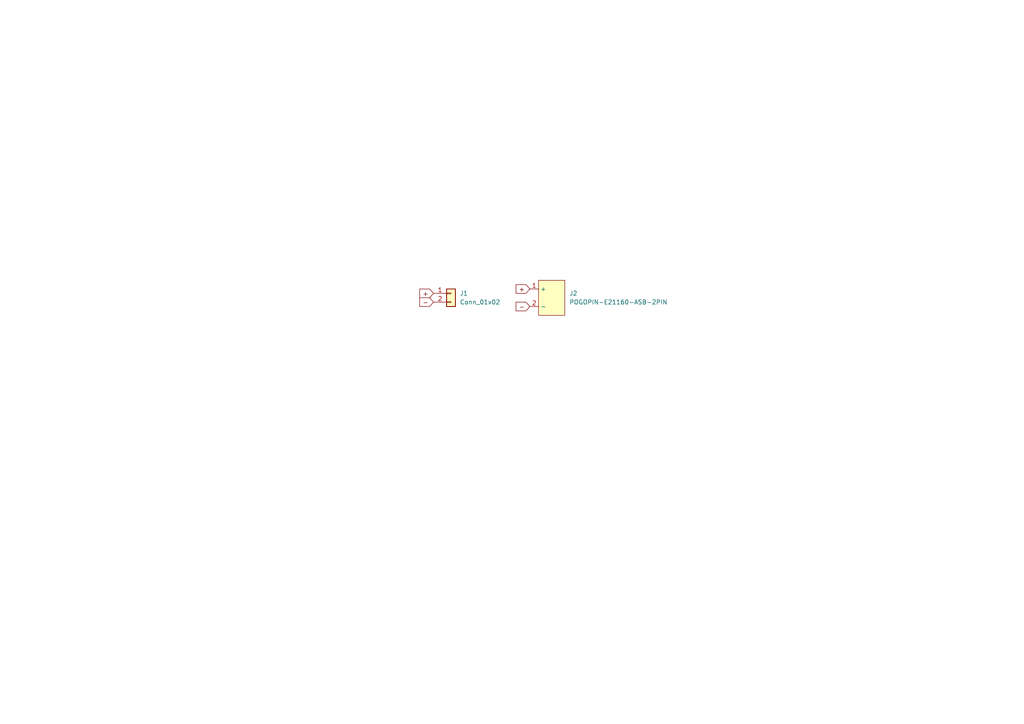
<source format=kicad_sch>
(kicad_sch (version 20211123) (generator eeschema)
  (paper "A4")
  (lib_symbols
    (symbol "Connector_Generic:Conn_01x02" (pin_names (offset 1.016) hide)
      (property "Reference" "J" (at 0 2.54 0))
      (property "Value" "Conn_01x02" (at 0 -5.08 0))
      (symbol "Conn_01x02_1_1"
        (rectangle (start -1.27 -2.413) (end 0 -2.667) (stroke (width 0.1524)))
        (rectangle (start -1.27 0.127) (end 0 -0.127) (stroke (width 0.1524)))
        (rectangle (start -1.27 1.27) (end 1.27 -3.81) (stroke (width 0.254)) (fill (type background)))
        (pin passive line (at -5.08 0 0) (length 3.81) (name "Pin_1") (number "1"))
        (pin passive line (at -5.08 -2.54 0) (length 3.81) (name "Pin_2") (number "2"))
      )
    )
    (symbol "Rolling_Custom:POGOPIN-E21160-ASB-2PIN"
      (property "Reference" "J" (at -2.54 6.35 0))
      (property "Value" "POGOPIN-E21160-ASB-2PIN" (at 0 -6.35 0))
      (symbol "POGOPIN-E21160-ASB-2PIN_0_1"
        (rectangle (start -3.81 5.08) (end 3.81 -5.08) (fill (type background)))
      )
      (symbol "POGOPIN-E21160-ASB-2PIN_1_1"
        (pin passive line (at -6.35 2.54 0) (length 2.54) (name "+") (number "1"))
        (pin passive line (at -6.35 -2.54 0) (length 2.54) (name "-") (number "2"))
      )
    )
  )
  (global_label "+" (shape input) (at 153.67 83.82 180) (property "Intersheet References" "${INTERSHEET_REFS}" (effects hide)))
  (global_label "-" (shape input) (at 125.73 87.63 180) (property "Intersheet References" "${INTERSHEET_REFS}" (effects hide)))
  (global_label "+" (shape input) (at 125.73 85.09 180) (property "Intersheet References" "${INTERSHEET_REFS}" (effects hide)))
  (global_label "-" (shape input) (at 153.67 88.9 180) (property "Intersheet References" "${INTERSHEET_REFS}" (effects hide)))
  (symbol (lib_id "Connector_Generic:Conn_01x02") (at 130.81 85.09 0) (unit 1)
    (property "Reference" "J1" (at 133.35 85.0899 0) (effects (justify left)))
    (property "Value" "Conn_01x02" (at 133.35 87.6299 0) (effects (justify left)))
    (property "Footprint" "TestPoint:TestPoint_Bridge_Pitch5.08mm_Drill1.3mm" (effects hide))
  )
  (symbol (lib_id "Rolling_Custom:POGOPIN-E21160-ASB-2PIN") (at 160.02 86.36 0) (unit 1)
    (property "Reference" "J2" (at 165.1 85.0899 0) (effects (justify left)))
    (property "Value" "POGOPIN-E21160-ASB-2PIN" (at 165.1 87.6299 0) (effects (justify left)))
    (property "Footprint" "Rolling_Custom:POGOPIN-E21160-ASB-2PIN" (effects hide))
  )
)
</source>
